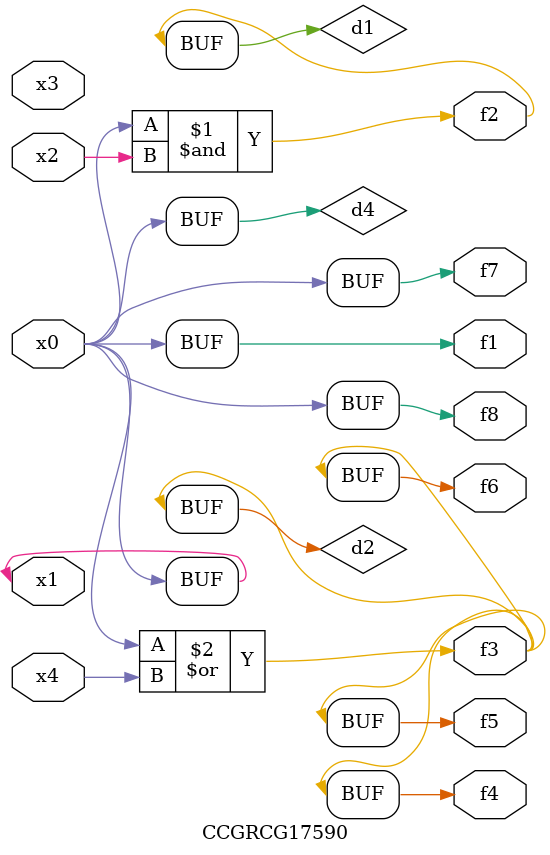
<source format=v>
module CCGRCG17590(
	input x0, x1, x2, x3, x4,
	output f1, f2, f3, f4, f5, f6, f7, f8
);

	wire d1, d2, d3, d4;

	and (d1, x0, x2);
	or (d2, x0, x4);
	nand (d3, x0, x2);
	buf (d4, x0, x1);
	assign f1 = d4;
	assign f2 = d1;
	assign f3 = d2;
	assign f4 = d2;
	assign f5 = d2;
	assign f6 = d2;
	assign f7 = d4;
	assign f8 = d4;
endmodule

</source>
